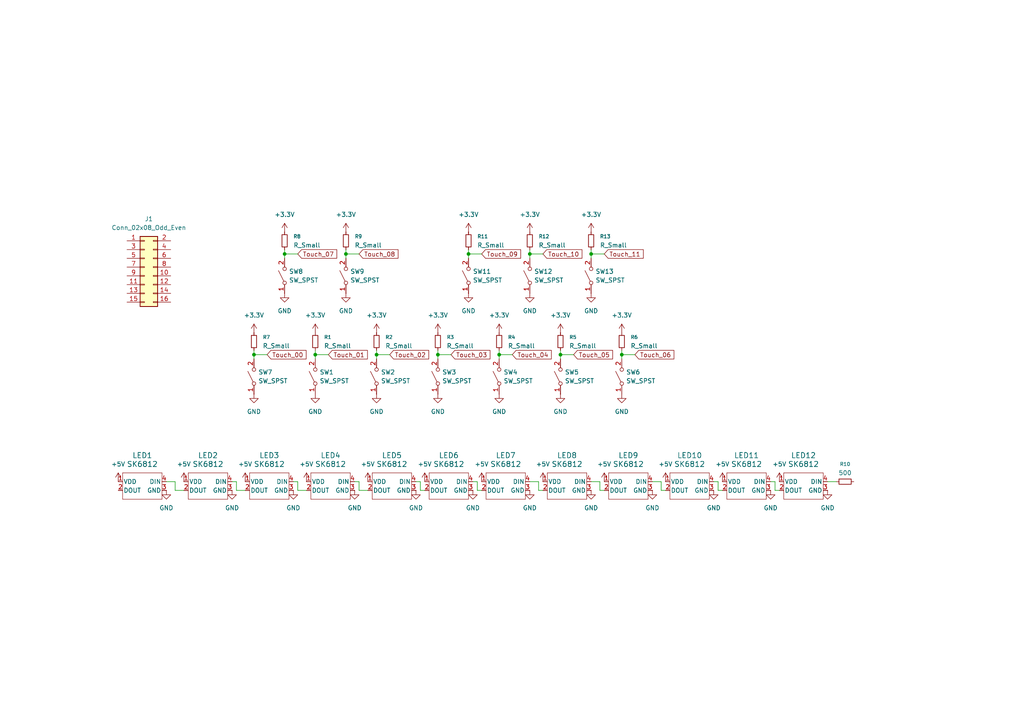
<source format=kicad_sch>
(kicad_sch (version 20250114) (generator "eeschema") (generator_version "9.0")
  (paper "A4")
  (lib_symbols
    (symbol "Connector_Generic:Conn_02x08_Odd_Even" (pin_names (offset 1.016) (hide yes))
      (property "Reference" "J" (at 1.27 10.16 0))
      (property "Value" "Conn_02x08_Odd_Even" (at 1.27 -12.7 0))
      (symbol "Conn_02x08_Odd_Even_1_1"
        (rectangle (start -1.27 8.89) (end 3.81 -11.43) (stroke (width 0.254)) (fill (type background)))
        (rectangle (start -1.27 7.747) (end 0 7.493) (stroke (width 0.1524)))
        (rectangle (start -1.27 5.207) (end 0 4.953) (stroke (width 0.1524)))
        (rectangle (start -1.27 2.667) (end 0 2.413) (stroke (width 0.1524)))
        (rectangle (start -1.27 0.127) (end 0 -0.127) (stroke (width 0.1524)))
        (rectangle (start -1.27 -2.413) (end 0 -2.667) (stroke (width 0.1524)))
        (rectangle (start -1.27 -4.953) (end 0 -5.207) (stroke (width 0.1524)))
        (rectangle (start -1.27 -7.493) (end 0 -7.747) (stroke (width 0.1524)))
        (rectangle (start -1.27 -10.033) (end 0 -10.287) (stroke (width 0.1524)))
        (rectangle (start 3.81 7.747) (end 2.54 7.493) (stroke (width 0.1524)))
        (rectangle (start 3.81 5.207) (end 2.54 4.953) (stroke (width 0.1524)))
        (rectangle (start 3.81 2.667) (end 2.54 2.413) (stroke (width 0.1524)))
        (rectangle (start 3.81 0.127) (end 2.54 -0.127) (stroke (width 0.1524)))
        (rectangle (start 3.81 -2.413) (end 2.54 -2.667) (stroke (width 0.1524)))
        (rectangle (start 3.81 -4.953) (end 2.54 -5.207) (stroke (width 0.1524)))
        (rectangle (start 3.81 -7.493) (end 2.54 -7.747) (stroke (width 0.1524)))
        (rectangle (start 3.81 -10.033) (end 2.54 -10.287) (stroke (width 0.1524)))
        (pin passive line (at -5.08 7.62 0) (length 3.81) (name "Pin_1") (number "1"))
        (pin passive line (at -5.08 5.08 0) (length 3.81) (name "Pin_3") (number "3"))
        (pin passive line (at -5.08 2.54 0) (length 3.81) (name "Pin_5") (number "5"))
        (pin passive line (at -5.08 0 0) (length 3.81) (name "Pin_7") (number "7"))
        (pin passive line (at -5.08 -2.54 0) (length 3.81) (name "Pin_9") (number "9"))
        (pin passive line (at -5.08 -5.08 0) (length 3.81) (name "Pin_11") (number "11"))
        (pin passive line (at -5.08 -7.62 0) (length 3.81) (name "Pin_13") (number "13"))
        (pin passive line (at -5.08 -10.16 0) (length 3.81) (name "Pin_15") (number "15"))
        (pin passive line (at 7.62 7.62 180) (length 3.81) (name "Pin_2") (number "2"))
        (pin passive line (at 7.62 5.08 180) (length 3.81) (name "Pin_4") (number "4"))
        (pin passive line (at 7.62 2.54 180) (length 3.81) (name "Pin_6") (number "6"))
        (pin passive line (at 7.62 0 180) (length 3.81) (name "Pin_8") (number "8"))
        (pin passive line (at 7.62 -2.54 180) (length 3.81) (name "Pin_10") (number "10"))
        (pin passive line (at 7.62 -5.08 180) (length 3.81) (name "Pin_12") (number "12"))
        (pin passive line (at 7.62 -7.62 180) (length 3.81) (name "Pin_14") (number "14"))
        (pin passive line (at 7.62 -10.16 180) (length 3.81) (name "Pin_16") (number "16"))
      )
    )
    (symbol "Device:R_Small" (pin_numbers (hide yes)) (pin_names (offset 0.254) (hide yes))
      (property "Reference" "R" (at 0 0 90))
      (property "Value" "R_Small" (at 1.778 0 90))
      (symbol "R_Small_0_1"
        (rectangle (start -0.762 1.778) (end 0.762 -1.778) (stroke (width 0.2032)))
      )
      (symbol "R_Small_1_1"
        (pin passive line (at 0 2.54 270) (length 0.762) (name "~") (number "1"))
        (pin passive line (at 0 -2.54 90) (length 0.762) (name "~") (number "2"))
      )
    )
    (symbol "SK6812-E-4960_ADA:SK6812" (pin_names (offset 0.254))
      (property "Reference" "LED" (at 5.842 4.318 0))
      (property "Value" "SK6812" (at 5.842 1.778 0))
      (symbol "SK6812_0_1"
        (polyline (pts (xy 0 0) (xy 0 -7.62)) (stroke (width 0.127)))
        (polyline (pts (xy 0 -7.62) (xy 11.43 -7.62)) (stroke (width 0.127)))
        (polyline (pts (xy 11.43 0) (xy 0 0)) (stroke (width 0.127)))
        (polyline (pts (xy 11.43 -7.62) (xy 11.43 0)) (stroke (width 0.127)))
      )
      (symbol "SK6812_1_1"
        (pin power_in line (at -1.27 -2.54 0) (length 1.27) (name "VDD") (number "1"))
        (pin output line (at -1.27 -5.08 0) (length 1.27) (name "DOUT") (number "2"))
        (pin input line (at 12.7 -2.54 180) (length 1.27) (name "DIN") (number "4"))
        (pin power_out line (at 12.7 -5.08 180) (length 1.27) (name "GND") (number "3"))
      )
    )
    (symbol "Switch:SW_SPST" (pin_names (offset 0) (hide yes))
      (property "Reference" "SW" (at 0 3.175 0))
      (property "Value" "SW_SPST" (at 0 -2.54 0))
      (symbol "SW_SPST_0_0"
        (circle (center -2.032 0) (radius 0.508))
        (polyline (pts (xy -1.524 0.254) (xy 1.524 1.778)))
        (circle (center 2.032 0) (radius 0.508))
      )
      (symbol "SW_SPST_1_1"
        (pin passive line (at -5.08 0 0) (length 2.54) (name "A") (number "1"))
        (pin passive line (at 5.08 0 180) (length 2.54) (name "B") (number "2"))
      )
    )
    (symbol "power:+3.3V" (power) (pin_numbers (hide yes)) (pin_names (offset 0) (hide yes))
      (property "Value" "+3.3V" (at 0 3.556 0))
      (symbol "+3.3V_0_1"
        (polyline (pts (xy -0.762 1.27) (xy 0 2.54)))
        (polyline (pts (xy 0 2.54) (xy 0.762 1.27)))
        (polyline (pts (xy 0 0) (xy 0 2.54)))
      )
      (symbol "+3.3V_1_1"
        (pin power_in line (at 0 0 90) (length 0) (name "~") (number "1"))
      )
    )
    (symbol "power:+5V" (power) (pin_numbers (hide yes)) (pin_names (offset 0) (hide yes))
      (property "Value" "+5V" (at 0 3.556 0))
      (symbol "+5V_0_1"
        (polyline (pts (xy -0.762 1.27) (xy 0 2.54)))
        (polyline (pts (xy 0 2.54) (xy 0.762 1.27)))
        (polyline (pts (xy 0 0) (xy 0 2.54)))
      )
      (symbol "+5V_1_1"
        (pin power_in line (at 0 0 90) (length 0) (name "~") (number "1"))
      )
    )
    (symbol "power:GND" (power) (pin_numbers (hide yes)) (pin_names (offset 0) (hide yes))
      (property "Value" "GND" (at 0 -3.81 0))
      (symbol "GND_0_1"
        (polyline (pts (xy 0 0) (xy 0 -1.27) (xy 1.27 -1.27) (xy 0 -2.54) (xy -1.27 -1.27) (xy 0 -1.27)))
      )
      (symbol "GND_1_1"
        (pin power_in line (at 0 0 270) (length 0) (name "~") (number "1"))
      )
    )
  )
  (junction (at 109.22 102.87))
  (junction (at 73.66 102.87))
  (junction (at 153.67 73.66))
  (junction (at 171.45 73.66))
  (junction (at 162.56 102.87))
  (junction (at 180.34 102.87))
  (junction (at 127 102.87))
  (junction (at 100.33 73.66))
  (junction (at 144.78 102.87))
  (junction (at 135.89 73.66))
  (junction (at 91.44 102.87))
  (junction (at 82.55 73.66))
  (wire (pts (xy 82.55 74.93) (xy 82.55 73.66)))
  (wire (pts (xy 91.44 102.87) (xy 95.25 102.87)))
  (wire (pts (xy 171.45 73.66) (xy 175.26 73.66)))
  (wire (pts (xy 109.22 102.87) (xy 109.22 101.6)))
  (wire (pts (xy 50.8 139.7) (xy 50.8 142.24)))
  (wire (pts (xy 162.56 102.87) (xy 162.56 101.6)))
  (wire (pts (xy 162.56 102.87) (xy 166.37 102.87)))
  (wire (pts (xy 73.66 102.87) (xy 77.47 102.87)))
  (wire (pts (xy 180.34 102.87) (xy 184.15 102.87)))
  (wire (pts (xy 207.01 139.7) (xy 208.28 139.7)))
  (wire (pts (xy 135.89 73.66) (xy 135.89 72.39)))
  (wire (pts (xy 171.45 74.93) (xy 171.45 73.66)))
  (wire (pts (xy 135.89 73.66) (xy 139.7 73.66)))
  (wire (pts (xy 100.33 73.66) (xy 100.33 72.39)))
  (wire (pts (xy 191.77 142.24) (xy 193.04 142.24)))
  (wire (pts (xy 208.28 142.24) (xy 209.55 142.24)))
  (wire (pts (xy 127 102.87) (xy 127 101.6)))
  (wire (pts (xy 68.58 142.24) (xy 71.12 142.24)))
  (wire (pts (xy 138.43 142.24) (xy 139.7 142.24)))
  (wire (pts (xy 104.14 139.7) (xy 104.14 142.24)))
  (wire (pts (xy 144.78 104.14) (xy 144.78 102.87)))
  (wire (pts (xy 127 104.14) (xy 127 102.87)))
  (wire (pts (xy 109.22 104.14) (xy 109.22 102.87)))
  (wire (pts (xy 109.22 102.87) (xy 113.03 102.87)))
  (wire (pts (xy 68.58 139.7) (xy 68.58 142.24)))
  (wire (pts (xy 91.44 104.14) (xy 91.44 102.87)))
  (wire (pts (xy 156.21 142.24) (xy 157.48 142.24)))
  (wire (pts (xy 224.79 139.7) (xy 224.79 142.24)))
  (wire (pts (xy 102.87 139.7) (xy 104.14 139.7)))
  (wire (pts (xy 153.67 73.66) (xy 157.48 73.66)))
  (wire (pts (xy 162.56 104.14) (xy 162.56 102.87)))
  (wire (pts (xy 137.16 139.7) (xy 138.43 139.7)))
  (wire (pts (xy 73.66 104.14) (xy 73.66 102.87)))
  (wire (pts (xy 173.99 142.24) (xy 175.26 142.24)))
  (wire (pts (xy 208.28 139.7) (xy 208.28 142.24)))
  (wire (pts (xy 82.55 73.66) (xy 82.55 72.39)))
  (wire (pts (xy 135.89 74.93) (xy 135.89 73.66)))
  (wire (pts (xy 144.78 102.87) (xy 144.78 101.6)))
  (wire (pts (xy 100.33 73.66) (xy 104.14 73.66)))
  (wire (pts (xy 144.78 102.87) (xy 148.59 102.87)))
  (wire (pts (xy 173.99 139.7) (xy 173.99 142.24)))
  (wire (pts (xy 73.66 102.87) (xy 73.66 101.6)))
  (wire (pts (xy 120.65 139.7) (xy 121.92 139.7)))
  (wire (pts (xy 127 102.87) (xy 130.81 102.87)))
  (wire (pts (xy 104.14 142.24) (xy 106.68 142.24)))
  (wire (pts (xy 224.79 142.24) (xy 226.06 142.24)))
  (wire (pts (xy 48.26 139.7) (xy 50.8 139.7)))
  (wire (pts (xy 50.8 142.24) (xy 53.34 142.24)))
  (wire (pts (xy 242.57 139.7) (xy 240.03 139.7)))
  (wire (pts (xy 100.33 74.93) (xy 100.33 73.66)))
  (wire (pts (xy 91.44 102.87) (xy 91.44 101.6)))
  (wire (pts (xy 82.55 73.66) (xy 86.36 73.66)))
  (wire (pts (xy 153.67 74.93) (xy 153.67 73.66)))
  (wire (pts (xy 85.09 139.7) (xy 86.36 139.7)))
  (wire (pts (xy 121.92 142.24) (xy 123.19 142.24)))
  (wire (pts (xy 86.36 139.7) (xy 86.36 142.24)))
  (wire (pts (xy 67.31 139.7) (xy 68.58 139.7)))
  (wire (pts (xy 189.23 139.7) (xy 191.77 139.7)))
  (wire (pts (xy 138.43 139.7) (xy 138.43 142.24)))
  (wire (pts (xy 171.45 139.7) (xy 173.99 139.7)))
  (wire (pts (xy 223.52 139.7) (xy 224.79 139.7)))
  (wire (pts (xy 153.67 73.66) (xy 153.67 72.39)))
  (wire (pts (xy 121.92 139.7) (xy 121.92 142.24)))
  (wire (pts (xy 156.21 139.7) (xy 156.21 142.24)))
  (wire (pts (xy 86.36 142.24) (xy 88.9 142.24)))
  (wire (pts (xy 171.45 73.66) (xy 171.45 72.39)))
  (wire (pts (xy 153.67 139.7) (xy 156.21 139.7)))
  (wire (pts (xy 180.34 104.14) (xy 180.34 102.87)))
  (wire (pts (xy 191.77 139.7) (xy 191.77 142.24)))
  (wire (pts (xy 180.34 102.87) (xy 180.34 101.6)))
  (global_label "Touch_02" (shape input) (at 113.03 102.87 0) (property "Intersheetrefs" "${INTERSHEET_REFS}" (effects (hide yes))))
  (global_label "Touch_05" (shape input) (at 166.37 102.87 0) (property "Intersheetrefs" "${INTERSHEET_REFS}" (effects (hide yes))))
  (global_label "Touch_06" (shape input) (at 184.15 102.87 0) (property "Intersheetrefs" "${INTERSHEET_REFS}" (effects (hide yes))))
  (global_label "Touch_07" (shape input) (at 86.36 73.66 0) (property "Intersheetrefs" "${INTERSHEET_REFS}" (effects (hide yes))))
  (global_label "Touch_03" (shape input) (at 130.81 102.87 0) (property "Intersheetrefs" "${INTERSHEET_REFS}" (effects (hide yes))))
  (global_label "Touch_01" (shape input) (at 95.25 102.87 0) (property "Intersheetrefs" "${INTERSHEET_REFS}" (effects (hide yes))))
  (global_label "Touch_09" (shape input) (at 139.7 73.66 0) (property "Intersheetrefs" "${INTERSHEET_REFS}" (effects (hide yes))))
  (global_label "Touch_04" (shape input) (at 148.59 102.87 0) (property "Intersheetrefs" "${INTERSHEET_REFS}" (effects (hide yes))))
  (global_label "Touch_08" (shape input) (at 104.14 73.66 0) (property "Intersheetrefs" "${INTERSHEET_REFS}" (effects (hide yes))))
  (global_label "Touch_10" (shape input) (at 157.48 73.66 0) (property "Intersheetrefs" "${INTERSHEET_REFS}" (effects (hide yes))))
  (global_label "Touch_11" (shape input) (at 175.26 73.66 0) (property "Intersheetrefs" "${INTERSHEET_REFS}" (effects (hide yes))))
  (global_label "Touch_00" (shape input) (at 77.47 102.87 0) (property "Intersheetrefs" "${INTERSHEET_REFS}" (effects (hide yes))))
  (symbol (lib_id "power:+5V") (at 123.19 139.7 0) (unit 1)
    (property "Reference" "#PWR035" (effects (hide yes)))
    (property "Value" "+5V" (at 123.19 134.62 0))
    (property "Description" "Power symbol creates a global label with name \"+5V\"" (effects (hide yes)))
  )
  (symbol (lib_id "power:+5V") (at 175.26 139.7 0) (unit 1)
    (property "Reference" "#PWR041" (effects (hide yes)))
    (property "Value" "+5V" (at 175.26 134.62 0))
    (property "Description" "Power symbol creates a global label with name \"+5V\"" (effects (hide yes)))
  )
  (symbol (lib_id "SK6812-E-4960_ADA:SK6812") (at 90.17 137.16 0) (unit 1)
    (property "Reference" "LED4" (at 95.885 132.08 0) (effects (font (size 1.524 1.524))))
    (property "Value" "SK6812" (at 95.885 134.62 0) (effects (font (size 1.524 1.524))))
    (property "Footprint" "SK6812-E:SK6812-E-4960_ADA" (effects (hide yes)))
    (property "Datasheet" "4960" (effects (hide yes)))
  )
  (symbol (lib_id "SK6812-E-4960_ADA:SK6812") (at 227.33 137.16 0) (unit 1)
    (property "Reference" "LED12" (at 233.045 132.08 0) (effects (font (size 1.524 1.524))))
    (property "Value" "SK6812" (at 233.045 134.62 0) (effects (font (size 1.524 1.524))))
    (property "Footprint" "SK6812-E:SK6812-E-4960_ADA" (effects (hide yes)))
    (property "Datasheet" "4960" (effects (hide yes)))
  )
  (symbol (lib_id "Switch:SW_SPST") (at 82.55 80.01 90) (unit 1)
    (property "Reference" "SW8" (at 83.82 78.7399 90) (effects (justify right)))
    (property "Value" "SW_SPST" (at 83.82 81.2799 90) (effects (justify right)))
    (property "Footprint" "PCM_Switch_Keyboard_Cherry_MX:SW_Cherry_MX_PCB_1.00u" (effects (hide yes)))
    (property "Description" "Single Pole Single Throw (SPST) switch" (effects (hide yes)))
  )
  (symbol (lib_id "Switch:SW_SPST") (at 91.44 109.22 90) (unit 1)
    (property "Reference" "SW1" (at 92.71 107.9499 90) (effects (justify right)))
    (property "Value" "SW_SPST" (at 92.71 110.4899 90) (effects (justify right)))
    (property "Footprint" "PCM_Switch_Keyboard_Cherry_MX:SW_Cherry_MX_PCB_1.00u" (effects (hide yes)))
    (property "Description" "Single Pole Single Throw (SPST) switch" (effects (hide yes)))
  )
  (symbol (lib_id "SK6812-E-4960_ADA:SK6812") (at 210.82 137.16 0) (unit 1)
    (property "Reference" "LED11" (at 216.535 132.08 0) (effects (font (size 1.524 1.524))))
    (property "Value" "SK6812" (at 216.535 134.62 0) (effects (font (size 1.524 1.524))))
    (property "Footprint" "SK6812-E:SK6812-E-4960_ADA" (effects (hide yes)))
    (property "Datasheet" "4960" (effects (hide yes)))
  )
  (symbol (lib_id "Device:R_Small") (at 127 99.06 0) (unit 1)
    (property "Reference" "R3" (at 129.54 97.7899 0) (effects (font (size 1.016 1.016)) (justify left)))
    (property "Value" "R_Small" (at 129.54 100.3299 0) (effects (justify left)))
    (property "Footprint" "Resistor_SMD:R_1206_3216Metric_Pad1.30x1.75mm_HandSolder" (effects (hide yes)))
    (property "Description" "Resistor, small symbol" (effects (hide yes)))
  )
  (symbol (lib_id "power:GND") (at 180.34 114.3 0) (unit 1)
    (property "Reference" "#PWR012" (effects (hide yes)))
    (property "Value" "GND" (at 180.34 119.38 0))
    (property "Description" "Power symbol creates a global label with name \"GND\" , ground" (effects (hide yes)))
  )
  (symbol (lib_id "power:GND") (at 120.65 142.24 0) (unit 1)
    (property "Reference" "#PWR034" (effects (hide yes)))
    (property "Value" "GND" (at 120.65 147.32 0))
    (property "Description" "Power symbol creates a global label with name \"GND\" , ground" (effects (hide yes)))
  )
  (symbol (lib_id "power:GND") (at 82.55 85.09 0) (unit 1)
    (property "Reference" "#PWR016" (effects (hide yes)))
    (property "Value" "GND" (at 82.55 90.17 0))
    (property "Description" "Power symbol creates a global label with name \"GND\" , ground" (effects (hide yes)))
  )
  (symbol (lib_id "power:+5V") (at 157.48 139.7 0) (unit 1)
    (property "Reference" "#PWR039" (effects (hide yes)))
    (property "Value" "+5V" (at 157.48 134.62 0))
    (property "Description" "Power symbol creates a global label with name \"+5V\"" (effects (hide yes)))
  )
  (symbol (lib_id "SK6812-E-4960_ADA:SK6812") (at 72.39 137.16 0) (unit 1)
    (property "Reference" "LED3" (at 78.105 132.08 0) (effects (font (size 1.524 1.524))))
    (property "Value" "SK6812" (at 78.105 134.62 0) (effects (font (size 1.524 1.524))))
    (property "Footprint" "SK6812-E:SK6812-E-4960_ADA" (effects (hide yes)))
    (property "Datasheet" "4960" (effects (hide yes)))
  )
  (symbol (lib_id "power:GND") (at 109.22 114.3 0) (unit 1)
    (property "Reference" "#PWR04" (effects (hide yes)))
    (property "Value" "GND" (at 109.22 119.38 0))
    (property "Description" "Power symbol creates a global label with name \"GND\" , ground" (effects (hide yes)))
  )
  (symbol (lib_id "power:GND") (at 171.45 142.24 0) (unit 1)
    (property "Reference" "#PWR040" (effects (hide yes)))
    (property "Value" "GND" (at 171.45 147.32 0))
    (property "Description" "Power symbol creates a global label with name \"GND\" , ground" (effects (hide yes)))
  )
  (symbol (lib_id "power:GND") (at 207.01 142.24 0) (unit 1)
    (property "Reference" "#PWR044" (effects (hide yes)))
    (property "Value" "GND" (at 207.01 147.32 0))
    (property "Description" "Power symbol creates a global label with name \"GND\" , ground" (effects (hide yes)))
  )
  (symbol (lib_id "SK6812-E-4960_ADA:SK6812") (at 107.95 137.16 0) (unit 1)
    (property "Reference" "LED5" (at 113.665 132.08 0) (effects (font (size 1.524 1.524))))
    (property "Value" "SK6812" (at 113.665 134.62 0) (effects (font (size 1.524 1.524))))
    (property "Footprint" "SK6812-E:SK6812-E-4960_ADA" (effects (hide yes)))
    (property "Datasheet" "4960" (effects (hide yes)))
  )
  (symbol (lib_id "power:+5V") (at 53.34 139.7 0) (unit 1)
    (property "Reference" "#PWR027" (effects (hide yes)))
    (property "Value" "+5V" (at 53.34 134.62 0))
    (property "Description" "Power symbol creates a global label with name \"+5V\"" (effects (hide yes)))
  )
  (symbol (lib_id "SK6812-E-4960_ADA:SK6812") (at 194.31 137.16 0) (unit 1)
    (property "Reference" "LED10" (at 200.025 132.08 0) (effects (font (size 1.524 1.524))))
    (property "Value" "SK6812" (at 200.025 134.62 0) (effects (font (size 1.524 1.524))))
    (property "Footprint" "SK6812-E:SK6812-E-4960_ADA" (effects (hide yes)))
    (property "Datasheet" "4960" (effects (hide yes)))
  )
  (symbol (lib_id "power:GND") (at 48.26 142.24 0) (unit 1)
    (property "Reference" "#PWR019" (effects (hide yes)))
    (property "Value" "GND" (at 48.26 147.32 0))
    (property "Description" "Power symbol creates a global label with name \"GND\" , ground" (effects (hide yes)))
  )
  (symbol (lib_id "Switch:SW_SPST") (at 180.34 109.22 90) (unit 1)
    (property "Reference" "SW6" (at 181.61 107.9499 90) (effects (justify right)))
    (property "Value" "SW_SPST" (at 181.61 110.4899 90) (effects (justify right)))
    (property "Footprint" "PCM_Switch_Keyboard_Cherry_MX:SW_Cherry_MX_PCB_1.00u" (effects (hide yes)))
    (property "Description" "Single Pole Single Throw (SPST) switch" (effects (hide yes)))
  )
  (symbol (lib_id "Switch:SW_SPST") (at 162.56 109.22 90) (unit 1)
    (property "Reference" "SW5" (at 163.83 107.9499 90) (effects (justify right)))
    (property "Value" "SW_SPST" (at 163.83 110.4899 90) (effects (justify right)))
    (property "Footprint" "PCM_Switch_Keyboard_Cherry_MX:SW_Cherry_MX_PCB_1.00u" (effects (hide yes)))
    (property "Description" "Single Pole Single Throw (SPST) switch" (effects (hide yes)))
  )
  (symbol (lib_id "power:GND") (at 189.23 142.24 0) (unit 1)
    (property "Reference" "#PWR042" (effects (hide yes)))
    (property "Value" "GND" (at 189.23 147.32 0))
    (property "Description" "Power symbol creates a global label with name \"GND\" , ground" (effects (hide yes)))
  )
  (symbol (lib_id "SK6812-E-4960_ADA:SK6812") (at 140.97 137.16 0) (unit 1)
    (property "Reference" "LED7" (at 146.685 132.08 0) (effects (font (size 1.524 1.524))))
    (property "Value" "SK6812" (at 146.685 134.62 0) (effects (font (size 1.524 1.524))))
    (property "Footprint" "SK6812-E:SK6812-E-4960_ADA" (effects (hide yes)))
    (property "Datasheet" "4960" (effects (hide yes)))
  )
  (symbol (lib_id "power:+5V") (at 193.04 139.7 0) (unit 1)
    (property "Reference" "#PWR043" (effects (hide yes)))
    (property "Value" "+5V" (at 193.04 134.62 0))
    (property "Description" "Power symbol creates a global label with name \"+5V\"" (effects (hide yes)))
  )
  (symbol (lib_id "Device:R_Small") (at 162.56 99.06 0) (unit 1)
    (property "Reference" "R5" (at 165.1 97.7899 0) (effects (font (size 1.016 1.016)) (justify left)))
    (property "Value" "R_Small" (at 165.1 100.3299 0) (effects (justify left)))
    (property "Footprint" "Resistor_SMD:R_1206_3216Metric_Pad1.30x1.75mm_HandSolder" (effects (hide yes)))
    (property "Description" "Resistor, small symbol" (effects (hide yes)))
  )
  (symbol (lib_id "Device:R_Small") (at 91.44 99.06 0) (unit 1)
    (property "Reference" "R1" (at 93.98 97.7899 0) (effects (font (size 1.016 1.016)) (justify left)))
    (property "Value" "R_Small" (at 93.98 100.3299 0) (effects (justify left)))
    (property "Footprint" "Resistor_SMD:R_1206_3216Metric_Pad1.30x1.75mm_HandSolder" (effects (hide yes)))
    (property "Description" "Resistor, small symbol" (effects (hide yes)))
  )
  (symbol (lib_id "Device:R_Small") (at 171.45 69.85 0) (unit 1)
    (property "Reference" "R13" (at 173.99 68.5799 0) (effects (font (size 1.016 1.016)) (justify left)))
    (property "Value" "R_Small" (at 173.99 71.1199 0) (effects (justify left)))
    (property "Footprint" "Resistor_SMD:R_1206_3216Metric_Pad1.30x1.75mm_HandSolder" (effects (hide yes)))
    (property "Description" "Resistor, small symbol" (effects (hide yes)))
  )
  (symbol (lib_id "Switch:SW_SPST") (at 153.67 80.01 90) (unit 1)
    (property "Reference" "SW12" (at 154.94 78.7399 90) (effects (justify right)))
    (property "Value" "SW_SPST" (at 154.94 81.2799 90) (effects (justify right)))
    (property "Footprint" "PCM_Switch_Keyboard_Cherry_MX:SW_Cherry_MX_PCB_1.00u" (effects (hide yes)))
    (property "Description" "Single Pole Single Throw (SPST) switch" (effects (hide yes)))
  )
  (symbol (lib_id "SK6812-E-4960_ADA:SK6812") (at 54.61 137.16 0) (unit 1)
    (property "Reference" "LED2" (at 60.325 132.08 0) (effects (font (size 1.524 1.524))))
    (property "Value" "SK6812" (at 60.325 134.62 0) (effects (font (size 1.524 1.524))))
    (property "Footprint" "SK6812-E:SK6812-E-4960_ADA" (effects (hide yes)))
    (property "Datasheet" "4960" (effects (hide yes)))
  )
  (symbol (lib_id "power:GND") (at 73.66 114.3 0) (unit 1)
    (property "Reference" "#PWR014" (effects (hide yes)))
    (property "Value" "GND" (at 73.66 119.38 0))
    (property "Description" "Power symbol creates a global label with name \"GND\" , ground" (effects (hide yes)))
  )
  (symbol (lib_id "power:+3.3V") (at 144.78 96.52 0) (unit 1)
    (property "Reference" "#PWR07" (effects (hide yes)))
    (property "Value" "+3.3V" (at 144.78 91.44 0))
    (property "Description" "Power symbol creates a global label with name \"+3.3V\"" (effects (hide yes)))
  )
  (symbol (lib_id "power:+5V") (at 34.29 139.7 0) (unit 1)
    (property "Reference" "#PWR020" (effects (hide yes)))
    (property "Value" "+5V" (at 34.29 134.62 0))
    (property "Description" "Power symbol creates a global label with name \"+5V\"" (effects (hide yes)))
  )
  (symbol (lib_id "power:GND") (at 135.89 85.09 0) (unit 1)
    (property "Reference" "#PWR022" (effects (hide yes)))
    (property "Value" "GND" (at 135.89 90.17 0))
    (property "Description" "Power symbol creates a global label with name \"GND\" , ground" (effects (hide yes)))
  )
  (symbol (lib_id "SK6812-E-4960_ADA:SK6812") (at 35.56 137.16 0) (unit 1)
    (property "Reference" "LED1" (at 41.275 132.08 0) (effects (font (size 1.524 1.524))))
    (property "Value" "SK6812" (at 41.275 134.62 0) (effects (font (size 1.524 1.524))))
    (property "Footprint" "SK6812-E:SK6812-E-4960_ADA" (effects (hide yes)))
    (property "Datasheet" "4960" (effects (hide yes)))
  )
  (symbol (lib_id "power:GND") (at 144.78 114.3 0) (unit 1)
    (property "Reference" "#PWR08" (effects (hide yes)))
    (property "Value" "GND" (at 144.78 119.38 0))
    (property "Description" "Power symbol creates a global label with name \"GND\" , ground" (effects (hide yes)))
  )
  (symbol (lib_id "power:GND") (at 127 114.3 0) (unit 1)
    (property "Reference" "#PWR06" (effects (hide yes)))
    (property "Value" "GND" (at 127 119.38 0))
    (property "Description" "Power symbol creates a global label with name \"GND\" , ground" (effects (hide yes)))
  )
  (symbol (lib_id "power:+5V") (at 209.55 139.7 0) (unit 1)
    (property "Reference" "#PWR045" (effects (hide yes)))
    (property "Value" "+5V" (at 209.55 134.62 0))
    (property "Description" "Power symbol creates a global label with name \"+5V\"" (effects (hide yes)))
  )
  (symbol (lib_id "power:+5V") (at 71.12 139.7 0) (unit 1)
    (property "Reference" "#PWR029" (effects (hide yes)))
    (property "Value" "+5V" (at 71.12 134.62 0))
    (property "Description" "Power symbol creates a global label with name \"+5V\"" (effects (hide yes)))
  )
  (symbol (lib_id "Device:R_Small") (at 144.78 99.06 0) (unit 1)
    (property "Reference" "R4" (at 147.32 97.7899 0) (effects (font (size 1.016 1.016)) (justify left)))
    (property "Value" "R_Small" (at 147.32 100.3299 0) (effects (justify left)))
    (property "Footprint" "Resistor_SMD:R_1206_3216Metric_Pad1.30x1.75mm_HandSolder" (effects (hide yes)))
    (property "Description" "Resistor, small symbol" (effects (hide yes)))
  )
  (symbol (lib_id "Device:R_Small") (at 109.22 99.06 0) (unit 1)
    (property "Reference" "R2" (at 111.76 97.7899 0) (effects (font (size 1.016 1.016)) (justify left)))
    (property "Value" "R_Small" (at 111.76 100.3299 0) (effects (justify left)))
    (property "Footprint" "Resistor_SMD:R_1206_3216Metric_Pad1.30x1.75mm_HandSolder" (effects (hide yes)))
    (property "Description" "Resistor, small symbol" (effects (hide yes)))
  )
  (symbol (lib_id "power:+3.3V") (at 162.56 96.52 0) (unit 1)
    (property "Reference" "#PWR09" (effects (hide yes)))
    (property "Value" "+3.3V" (at 162.56 91.44 0))
    (property "Description" "Power symbol creates a global label with name \"+3.3V\"" (effects (hide yes)))
  )
  (symbol (lib_id "Device:R_Small") (at 82.55 69.85 0) (unit 1)
    (property "Reference" "R8" (at 85.09 68.5799 0) (effects (font (size 1.016 1.016)) (justify left)))
    (property "Value" "R_Small" (at 85.09 71.1199 0) (effects (justify left)))
    (property "Footprint" "Resistor_SMD:R_1206_3216Metric_Pad1.30x1.75mm_HandSolder" (effects (hide yes)))
    (property "Description" "Resistor, small symbol" (effects (hide yes)))
  )
  (symbol (lib_id "SK6812-E-4960_ADA:SK6812") (at 158.75 137.16 0) (unit 1)
    (property "Reference" "LED8" (at 164.465 132.08 0) (effects (font (size 1.524 1.524))))
    (property "Value" "SK6812" (at 164.465 134.62 0) (effects (font (size 1.524 1.524))))
    (property "Footprint" "SK6812-E:SK6812-E-4960_ADA" (effects (hide yes)))
    (property "Datasheet" "4960" (effects (hide yes)))
  )
  (symbol (lib_id "Switch:SW_SPST") (at 144.78 109.22 90) (unit 1)
    (property "Reference" "SW4" (at 146.05 107.9499 90) (effects (justify right)))
    (property "Value" "SW_SPST" (at 146.05 110.4899 90) (effects (justify right)))
    (property "Footprint" "PCM_Switch_Keyboard_Cherry_MX:SW_Cherry_MX_PCB_1.00u" (effects (hide yes)))
    (property "Description" "Single Pole Single Throw (SPST) switch" (effects (hide yes)))
  )
  (symbol (lib_id "power:+5V") (at 226.06 139.7 0) (unit 1)
    (property "Reference" "#PWR047" (effects (hide yes)))
    (property "Value" "+5V" (at 226.06 134.62 0))
    (property "Description" "Power symbol creates a global label with name \"+5V\"" (effects (hide yes)))
  )
  (symbol (lib_id "power:+3.3V") (at 171.45 67.31 0) (unit 1)
    (property "Reference" "#PWR025" (effects (hide yes)))
    (property "Value" "+3.3V" (at 171.45 62.23 0))
    (property "Description" "Power symbol creates a global label with name \"+3.3V\"" (effects (hide yes)))
  )
  (symbol (lib_id "power:+3.3V") (at 82.55 67.31 0) (unit 1)
    (property "Reference" "#PWR015" (effects (hide yes)))
    (property "Value" "+3.3V" (at 82.55 62.23 0))
    (property "Description" "Power symbol creates a global label with name \"+3.3V\"" (effects (hide yes)))
  )
  (symbol (lib_id "power:GND") (at 137.16 142.24 0) (unit 1)
    (property "Reference" "#PWR036" (effects (hide yes)))
    (property "Value" "GND" (at 137.16 147.32 0))
    (property "Description" "Power symbol creates a global label with name \"GND\" , ground" (effects (hide yes)))
  )
  (symbol (lib_id "Switch:SW_SPST") (at 100.33 80.01 90) (unit 1)
    (property "Reference" "SW9" (at 101.6 78.7399 90) (effects (justify right)))
    (property "Value" "SW_SPST" (at 101.6 81.2799 90) (effects (justify right)))
    (property "Footprint" "PCM_Switch_Keyboard_Cherry_MX:SW_Cherry_MX_PCB_1.00u" (effects (hide yes)))
    (property "Description" "Single Pole Single Throw (SPST) switch" (effects (hide yes)))
  )
  (symbol (lib_id "power:GND") (at 91.44 114.3 0) (unit 1)
    (property "Reference" "#PWR02" (effects (hide yes)))
    (property "Value" "GND" (at 91.44 119.38 0))
    (property "Description" "Power symbol creates a global label with name \"GND\" , ground" (effects (hide yes)))
  )
  (symbol (lib_id "Device:R_Small") (at 153.67 69.85 0) (unit 1)
    (property "Reference" "R12" (at 156.21 68.5799 0) (effects (font (size 1.016 1.016)) (justify left)))
    (property "Value" "R_Small" (at 156.21 71.1199 0) (effects (justify left)))
    (property "Footprint" "Resistor_SMD:R_1206_3216Metric_Pad1.30x1.75mm_HandSolder" (effects (hide yes)))
    (property "Description" "Resistor, small symbol" (effects (hide yes)))
  )
  (symbol (lib_id "power:GND") (at 223.52 142.24 0) (unit 1)
    (property "Reference" "#PWR046" (effects (hide yes)))
    (property "Value" "GND" (at 223.52 147.32 0))
    (property "Description" "Power symbol creates a global label with name \"GND\" , ground" (effects (hide yes)))
  )
  (symbol (lib_id "power:+3.3V") (at 109.22 96.52 0) (unit 1)
    (property "Reference" "#PWR03" (effects (hide yes)))
    (property "Value" "+3.3V" (at 109.22 91.44 0))
    (property "Description" "Power symbol creates a global label with name \"+3.3V\"" (effects (hide yes)))
  )
  (symbol (lib_id "power:+3.3V") (at 135.89 67.31 0) (unit 1)
    (property "Reference" "#PWR021" (effects (hide yes)))
    (property "Value" "+3.3V" (at 135.89 62.23 0))
    (property "Description" "Power symbol creates a global label with name \"+3.3V\"" (effects (hide yes)))
  )
  (symbol (lib_id "power:+5V") (at 106.68 139.7 0) (unit 1)
    (property "Reference" "#PWR033" (effects (hide yes)))
    (property "Value" "+5V" (at 106.68 134.62 0))
    (property "Description" "Power symbol creates a global label with name \"+5V\"" (effects (hide yes)))
  )
  (symbol (lib_id "power:+5V") (at 88.9 139.7 0) (unit 1)
    (property "Reference" "#PWR031" (effects (hide yes)))
    (property "Value" "+5V" (at 88.9 134.62 0))
    (property "Description" "Power symbol creates a global label with name \"+5V\"" (effects (hide yes)))
  )
  (symbol (lib_id "power:+3.3V") (at 91.44 96.52 0) (unit 1)
    (property "Reference" "#PWR01" (effects (hide yes)))
    (property "Value" "+3.3V" (at 91.44 91.44 0))
    (property "Description" "Power symbol creates a global label with name \"+3.3V\"" (effects (hide yes)))
  )
  (symbol (lib_id "Switch:SW_SPST") (at 135.89 80.01 90) (unit 1)
    (property "Reference" "SW11" (at 137.16 78.7399 90) (effects (justify right)))
    (property "Value" "SW_SPST" (at 137.16 81.2799 90) (effects (justify right)))
    (property "Footprint" "PCM_Switch_Keyboard_Cherry_MX:SW_Cherry_MX_PCB_1.00u" (effects (hide yes)))
    (property "Description" "Single Pole Single Throw (SPST) switch" (effects (hide yes)))
  )
  (symbol (lib_id "power:+3.3V") (at 127 96.52 0) (unit 1)
    (property "Reference" "#PWR05" (effects (hide yes)))
    (property "Value" "+3.3V" (at 127 91.44 0))
    (property "Description" "Power symbol creates a global label with name \"+3.3V\"" (effects (hide yes)))
  )
  (symbol (lib_id "Switch:SW_SPST") (at 73.66 109.22 90) (unit 1)
    (property "Reference" "SW7" (at 74.93 107.9499 90) (effects (justify right)))
    (property "Value" "SW_SPST" (at 74.93 110.4899 90) (effects (justify right)))
    (property "Footprint" "PCM_Switch_Keyboard_Cherry_MX:SW_Cherry_MX_PCB_1.00u" (effects (hide yes)))
    (property "Description" "Single Pole Single Throw (SPST) switch" (effects (hide yes)))
  )
  (symbol (lib_id "power:GND") (at 162.56 114.3 0) (unit 1)
    (property "Reference" "#PWR010" (effects (hide yes)))
    (property "Value" "GND" (at 162.56 119.38 0))
    (property "Description" "Power symbol creates a global label with name \"GND\" , ground" (effects (hide yes)))
  )
  (symbol (lib_id "power:GND") (at 100.33 85.09 0) (unit 1)
    (property "Reference" "#PWR018" (effects (hide yes)))
    (property "Value" "GND" (at 100.33 90.17 0))
    (property "Description" "Power symbol creates a global label with name \"GND\" , ground" (effects (hide yes)))
  )
  (symbol (lib_id "power:+3.3V") (at 73.66 96.52 0) (unit 1)
    (property "Reference" "#PWR013" (effects (hide yes)))
    (property "Value" "+3.3V" (at 73.66 91.44 0))
    (property "Description" "Power symbol creates a global label with name \"+3.3V\"" (effects (hide yes)))
  )
  (symbol (lib_id "Device:R_Small") (at 180.34 99.06 0) (unit 1)
    (property "Reference" "R6" (at 182.88 97.7899 0) (effects (font (size 1.016 1.016)) (justify left)))
    (property "Value" "R_Small" (at 182.88 100.3299 0) (effects (justify left)))
    (property "Footprint" "Resistor_SMD:R_1206_3216Metric_Pad1.30x1.75mm_HandSolder" (effects (hide yes)))
    (property "Description" "Resistor, small symbol" (effects (hide yes)))
  )
  (symbol (lib_id "Connector_Generic:Conn_02x08_Odd_Even") (at 41.91 77.47 0) (unit 1)
    (property "Reference" "J1" (at 43.18 63.5 0))
    (property "Value" "Conn_02x08_Odd_Even" (at 43.18 66.04 0))
    (property "Footprint" "Connector_IDC:IDC-Header_2x08_P2.54mm_Vertical" (effects (hide yes)))
    (property "Description" "Generic connector, double row, 02x08, odd/even pin numbering scheme (row 1 odd numbers, row 2 even numbers), script generated (kicad-library-utils/schlib/autogen/connector/)" (effects (hide yes)))
  )
  (symbol (lib_id "SK6812-E-4960_ADA:SK6812") (at 124.46 137.16 0) (unit 1)
    (property "Reference" "LED6" (at 130.175 132.08 0) (effects (font (size 1.524 1.524))))
    (property "Value" "SK6812" (at 130.175 134.62 0) (effects (font (size 1.524 1.524))))
    (property "Footprint" "SK6812-E:SK6812-E-4960_ADA" (effects (hide yes)))
    (property "Datasheet" "4960" (effects (hide yes)))
  )
  (symbol (lib_id "Switch:SW_SPST") (at 127 109.22 90) (unit 1)
    (property "Reference" "SW3" (at 128.27 107.9499 90) (effects (justify right)))
    (property "Value" "SW_SPST" (at 128.27 110.4899 90) (effects (justify right)))
    (property "Footprint" "PCM_Switch_Keyboard_Cherry_MX:SW_Cherry_MX_PCB_1.00u" (effects (hide yes)))
    (property "Description" "Single Pole Single Throw (SPST) switch" (effects (hide yes)))
  )
  (symbol (lib_id "SK6812-E-4960_ADA:SK6812") (at 176.53 137.16 0) (unit 1)
    (property "Reference" "LED9" (at 182.245 132.08 0) (effects (font (size 1.524 1.524))))
    (property "Value" "SK6812" (at 182.245 134.62 0) (effects (font (size 1.524 1.524))))
    (property "Footprint" "SK6812-E:SK6812-E-4960_ADA" (effects (hide yes)))
    (property "Datasheet" "4960" (effects (hide yes)))
  )
  (symbol (lib_id "power:+3.3V") (at 180.34 96.52 0) (unit 1)
    (property "Reference" "#PWR011" (effects (hide yes)))
    (property "Value" "+3.3V" (at 180.34 91.44 0))
    (property "Description" "Power symbol creates a global label with name \"+3.3V\"" (effects (hide yes)))
  )
  (symbol (lib_id "power:GND") (at 102.87 142.24 0) (unit 1)
    (property "Reference" "#PWR032" (effects (hide yes)))
    (property "Value" "GND" (at 102.87 147.32 0))
    (property "Description" "Power symbol creates a global label with name \"GND\" , ground" (effects (hide yes)))
  )
  (symbol (lib_id "Device:R_Small") (at 245.11 139.7 90) (unit 1)
    (property "Reference" "R10" (at 245.11 134.62 90) (effects (font (size 1.016 1.016))))
    (property "Value" "500" (at 245.11 137.16 90))
    (property "Footprint" "Resistor_SMD:R_1206_3216Metric_Pad1.30x1.75mm_HandSolder" (effects (hide yes)))
    (property "Description" "Resistor, small symbol" (effects (hide yes)))
  )
  (symbol (lib_id "Device:R_Small") (at 135.89 69.85 0) (unit 1)
    (property "Reference" "R11" (at 138.43 68.5799 0) (effects (font (size 1.016 1.016)) (justify left)))
    (property "Value" "R_Small" (at 138.43 71.1199 0) (effects (justify left)))
    (property "Footprint" "Resistor_SMD:R_1206_3216Metric_Pad1.30x1.75mm_HandSolder" (effects (hide yes)))
    (property "Description" "Resistor, small symbol" (effects (hide yes)))
  )
  (symbol (lib_id "Device:R_Small") (at 73.66 99.06 0) (unit 1)
    (property "Reference" "R7" (at 76.2 97.7899 0) (effects (font (size 1.016 1.016)) (justify left)))
    (property "Value" "R_Small" (at 76.2 100.3299 0) (effects (justify left)))
    (property "Footprint" "Resistor_SMD:R_1206_3216Metric_Pad1.30x1.75mm_HandSolder" (effects (hide yes)))
    (property "Description" "Resistor, small symbol" (effects (hide yes)))
  )
  (symbol (lib_id "power:GND") (at 240.03 142.24 0) (unit 1)
    (property "Reference" "#PWR048" (effects (hide yes)))
    (property "Value" "GND" (at 240.03 147.32 0))
    (property "Description" "Power symbol creates a global label with name \"GND\" , ground" (effects (hide yes)))
  )
  (symbol (lib_id "power:GND") (at 153.67 85.09 0) (unit 1)
    (property "Reference" "#PWR024" (effects (hide yes)))
    (property "Value" "GND" (at 153.67 90.17 0))
    (property "Description" "Power symbol creates a global label with name \"GND\" , ground" (effects (hide yes)))
  )
  (symbol (lib_id "power:+5V") (at 139.7 139.7 0) (unit 1)
    (property "Reference" "#PWR037" (effects (hide yes)))
    (property "Value" "+5V" (at 139.7 134.62 0))
    (property "Description" "Power symbol creates a global label with name \"+5V\"" (effects (hide yes)))
  )
  (symbol (lib_id "Device:R_Small") (at 100.33 69.85 0) (unit 1)
    (property "Reference" "R9" (at 102.87 68.5799 0) (effects (font (size 1.016 1.016)) (justify left)))
    (property "Value" "R_Small" (at 102.87 71.1199 0) (effects (justify left)))
    (property "Footprint" "Resistor_SMD:R_1206_3216Metric_Pad1.30x1.75mm_HandSolder" (effects (hide yes)))
    (property "Description" "Resistor, small symbol" (effects (hide yes)))
  )
  (symbol (lib_id "power:+3.3V") (at 100.33 67.31 0) (unit 1)
    (property "Reference" "#PWR017" (effects (hide yes)))
    (property "Value" "+3.3V" (at 100.33 62.23 0))
    (property "Description" "Power symbol creates a global label with name \"+3.3V\"" (effects (hide yes)))
  )
  (symbol (lib_id "power:GND") (at 85.09 142.24 0) (unit 1)
    (property "Reference" "#PWR030" (effects (hide yes)))
    (property "Value" "GND" (at 85.09 147.32 0))
    (property "Description" "Power symbol creates a global label with name \"GND\" , ground" (effects (hide yes)))
  )
  (symbol (lib_id "Switch:SW_SPST") (at 171.45 80.01 90) (unit 1)
    (property "Reference" "SW13" (at 172.72 78.7399 90) (effects (justify right)))
    (property "Value" "SW_SPST" (at 172.72 81.2799 90) (effects (justify right)))
    (property "Footprint" "PCM_Switch_Keyboard_Cherry_MX:SW_Cherry_MX_PCB_1.00u" (effects (hide yes)))
    (property "Description" "Single Pole Single Throw (SPST) switch" (effects (hide yes)))
  )
  (symbol (lib_id "Switch:SW_SPST") (at 109.22 109.22 90) (unit 1)
    (property "Reference" "SW2" (at 110.49 107.9499 90) (effects (justify right)))
    (property "Value" "SW_SPST" (at 110.49 110.4899 90) (effects (justify right)))
    (property "Footprint" "PCM_Switch_Keyboard_Cherry_MX:SW_Cherry_MX_PCB_1.00u" (effects (hide yes)))
    (property "Description" "Single Pole Single Throw (SPST) switch" (effects (hide yes)))
  )
  (symbol (lib_id "power:GND") (at 67.31 142.24 0) (unit 1)
    (property "Reference" "#PWR028" (effects (hide yes)))
    (property "Value" "GND" (at 67.31 147.32 0))
    (property "Description" "Power symbol creates a global label with name \"GND\" , ground" (effects (hide yes)))
  )
  (symbol (lib_id "power:GND") (at 171.45 85.09 0) (unit 1)
    (property "Reference" "#PWR026" (effects (hide yes)))
    (property "Value" "GND" (at 171.45 90.17 0))
    (property "Description" "Power symbol creates a global label with name \"GND\" , ground" (effects (hide yes)))
  )
  (symbol (lib_id "power:GND") (at 153.67 142.24 0) (unit 1)
    (property "Reference" "#PWR038" (effects (hide yes)))
    (property "Value" "GND" (at 153.67 147.32 0))
    (property "Description" "Power symbol creates a global label with name \"GND\" , ground" (effects (hide yes)))
  )
  (symbol (lib_id "power:+3.3V") (at 153.67 67.31 0) (unit 1)
    (property "Reference" "#PWR023" (effects (hide yes)))
    (property "Value" "+3.3V" (at 153.67 62.23 0))
    (property "Description" "Power symbol creates a global label with name \"+3.3V\"" (effects (hide yes)))
  )
)
</source>
